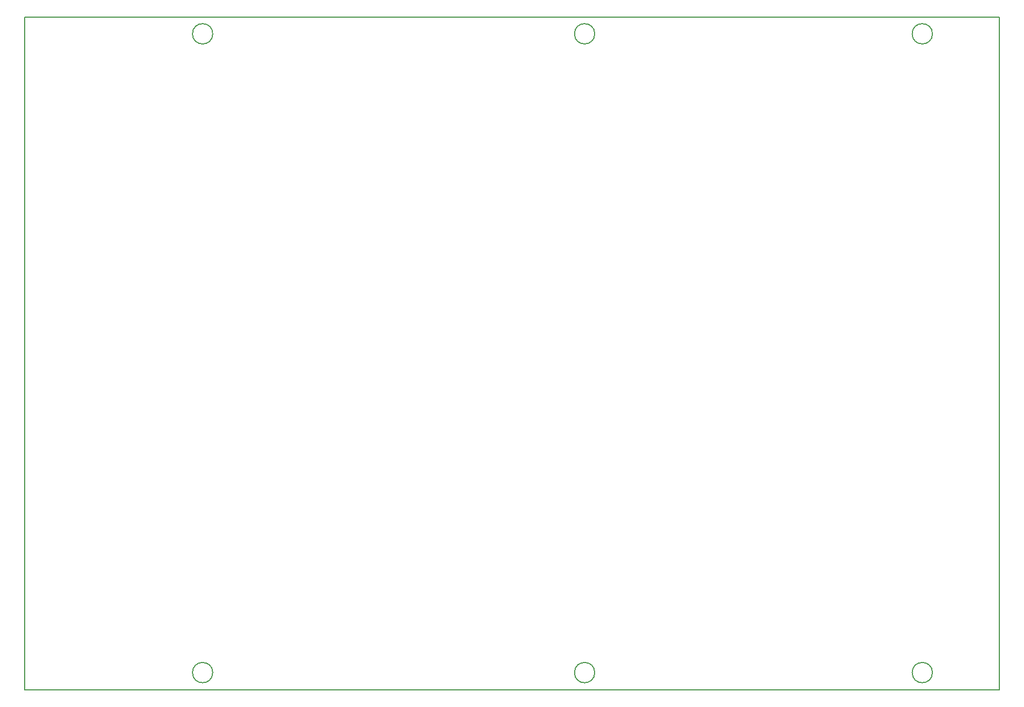
<source format=gbr>
%TF.GenerationSoftware,KiCad,Pcbnew,8.0.2-1*%
%TF.CreationDate,2024-08-11T12:43:00+10:00*%
%TF.ProjectId,Left Console Input and Output with Rotary,4c656674-2043-46f6-9e73-6f6c6520496e,rev?*%
%TF.SameCoordinates,Original*%
%TF.FileFunction,Profile,NP*%
%FSLAX46Y46*%
G04 Gerber Fmt 4.6, Leading zero omitted, Abs format (unit mm)*
G04 Created by KiCad (PCBNEW 8.0.2-1) date 2024-08-11 12:43:00*
%MOMM*%
%LPD*%
G01*
G04 APERTURE LIST*
%TA.AperFunction,Profile*%
%ADD10C,0.150000*%
%TD*%
G04 APERTURE END LIST*
D10*
X144475000Y-131700000D02*
G75*
G02*
X141275000Y-131700000I-1600000J0D01*
G01*
X141275000Y-131700000D02*
G75*
G02*
X144475000Y-131700000I1600000J0D01*
G01*
X258130950Y-131700000D02*
G75*
G02*
X254930950Y-131700000I-1600000J0D01*
G01*
X254930950Y-131700000D02*
G75*
G02*
X258130950Y-131700000I1600000J0D01*
G01*
X114805000Y-28150000D02*
X268700000Y-28150000D01*
X268700000Y-134400000D01*
X114805000Y-134400000D01*
X114805000Y-28150000D01*
X204800000Y-30800000D02*
G75*
G02*
X201600000Y-30800000I-1600000J0D01*
G01*
X201600000Y-30800000D02*
G75*
G02*
X204800000Y-30800000I1600000J0D01*
G01*
X258130950Y-30800000D02*
G75*
G02*
X254930950Y-30800000I-1600000J0D01*
G01*
X254930950Y-30800000D02*
G75*
G02*
X258130950Y-30800000I1600000J0D01*
G01*
X204800000Y-131700000D02*
G75*
G02*
X201600000Y-131700000I-1600000J0D01*
G01*
X201600000Y-131700000D02*
G75*
G02*
X204800000Y-131700000I1600000J0D01*
G01*
X144475000Y-30800000D02*
G75*
G02*
X141275000Y-30800000I-1600000J0D01*
G01*
X141275000Y-30800000D02*
G75*
G02*
X144475000Y-30800000I1600000J0D01*
G01*
M02*

</source>
